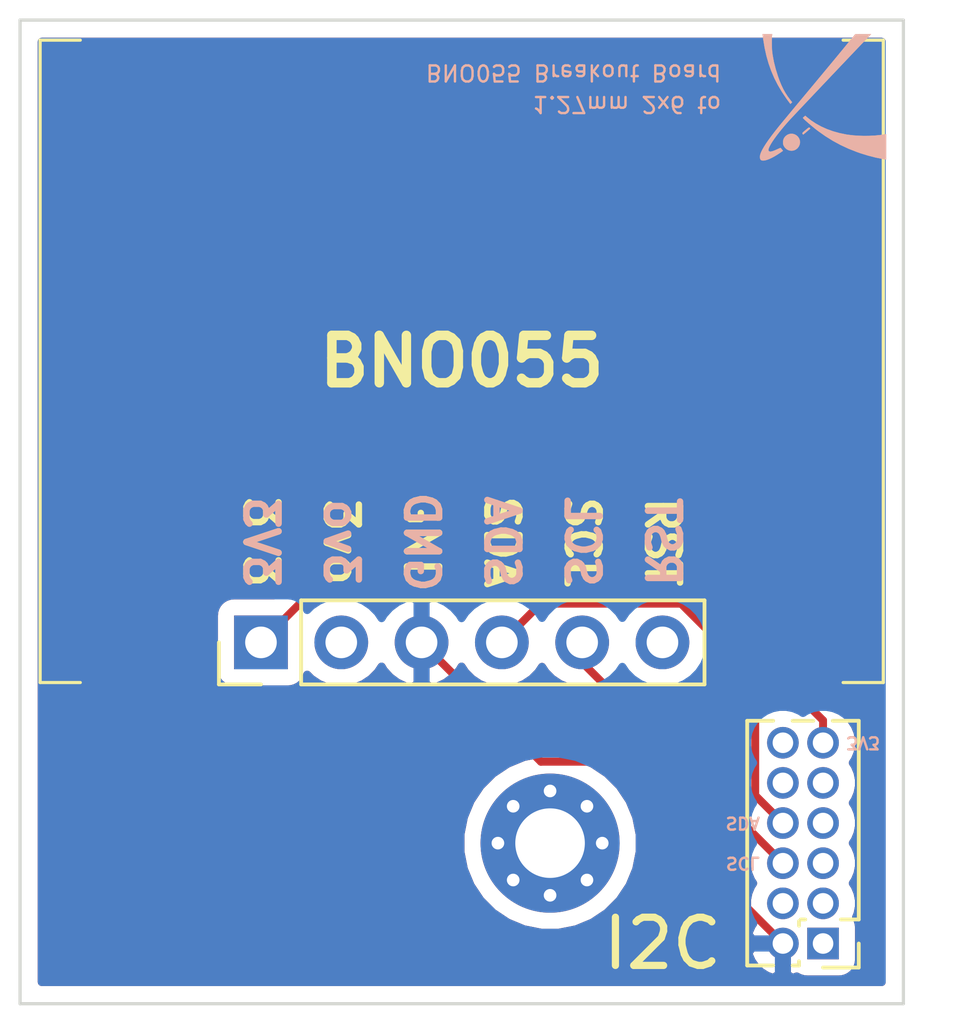
<source format=kicad_pcb>
(kicad_pcb (version 20171130) (host pcbnew "(5.1.12)-1")

  (general
    (thickness 1.6002)
    (drawings 31)
    (tracks 14)
    (zones 0)
    (modules 4)
    (nets 15)
  )

  (page A4)
  (title_block
    (title "2x6 1.27mm socket to BNO055 Adapter board PCB")
    (date 2021-11-28)
    (rev 1)
    (comment 2 "Vincent Nguyen")
  )

  (layers
    (0 Front signal)
    (31 Back signal)
    (34 B.Paste user)
    (35 F.Paste user)
    (36 B.SilkS user)
    (37 F.SilkS user hide)
    (38 B.Mask user)
    (39 F.Mask user)
    (44 Edge.Cuts user)
    (45 Margin user)
    (46 B.CrtYd user)
    (47 F.CrtYd user)
    (49 F.Fab user)
  )

  (setup
    (last_trace_width 0.25)
    (user_trace_width 0.1)
    (user_trace_width 0.2)
    (user_trace_width 0.5)
    (trace_clearance 0.25)
    (zone_clearance 0.508)
    (zone_45_only no)
    (trace_min 0.1)
    (via_size 0.8)
    (via_drill 0.4)
    (via_min_size 0.45)
    (via_min_drill 0.2)
    (user_via 0.45 0.2)
    (user_via 0.8 0.4)
    (uvia_size 0.8)
    (uvia_drill 0.4)
    (uvias_allowed no)
    (uvia_min_size 0)
    (uvia_min_drill 0)
    (edge_width 0.1)
    (segment_width 0.1)
    (pcb_text_width 0.3)
    (pcb_text_size 1.5 1.5)
    (mod_edge_width 0.1)
    (mod_text_size 0.8 0.8)
    (mod_text_width 0.1)
    (pad_size 1.524 1.524)
    (pad_drill 0.762)
    (pad_to_mask_clearance 0)
    (solder_mask_min_width 0.1)
    (aux_axis_origin 0 0)
    (visible_elements 7FFFFFFF)
    (pcbplotparams
      (layerselection 0x010fc_ffffffff)
      (usegerberextensions false)
      (usegerberattributes false)
      (usegerberadvancedattributes false)
      (creategerberjobfile false)
      (excludeedgelayer true)
      (linewidth 0.152400)
      (plotframeref false)
      (viasonmask false)
      (mode 1)
      (useauxorigin false)
      (hpglpennumber 1)
      (hpglpenspeed 20)
      (hpglpendiameter 15.000000)
      (psnegative false)
      (psa4output false)
      (plotreference true)
      (plotvalue false)
      (plotinvisibletext false)
      (padsonsilk false)
      (subtractmaskfromsilk true)
      (outputformat 1)
      (mirror false)
      (drillshape 0)
      (scaleselection 1)
      (outputdirectory "./gerbers_for_aisler"))
  )

  (net 0 "")
  (net 1 /3V3)
  (net 2 /UART_TX)
  (net 3 /SPI_SCK)
  (net 4 /UART_RX)
  (net 5 /SPI_MISO)
  (net 6 /I2C_SDA)
  (net 7 /SPI_MOSI)
  (net 8 /I2C_SCL)
  (net 9 /SPI_CS0)
  (net 10 /SPI_CS2)
  (net 11 /SPI_CS1)
  (net 12 /GND)
  (net 13 /3vo)
  (net 14 /RST)

  (net_class Default "This is the default net class."
    (clearance 0.25)
    (trace_width 0.25)
    (via_dia 0.8)
    (via_drill 0.4)
    (uvia_dia 0.8)
    (uvia_drill 0.4)
    (diff_pair_width 0.25)
    (diff_pair_gap 0.25)
    (add_net /3V3)
    (add_net /3vo)
    (add_net /GND)
    (add_net /I2C_SCL)
    (add_net /I2C_SDA)
    (add_net /RST)
    (add_net /SPI_CS0)
    (add_net /SPI_CS1)
    (add_net /SPI_CS2)
    (add_net /SPI_MISO)
    (add_net /SPI_MOSI)
    (add_net /SPI_SCK)
    (add_net /UART_RX)
    (add_net /UART_TX)
  )

  (net_class Min "This is the bare minimum allowed."
    (clearance 0.1)
    (trace_width 0.1)
    (via_dia 0.45)
    (via_drill 0.2)
    (uvia_dia 0.45)
    (uvia_drill 0.2)
    (diff_pair_width 0.12)
    (diff_pair_gap 0.12)
  )

  (module Connector_PinHeader_1.27mm:PinHeader_2x06_P1.27mm_Vertical (layer Front) (tedit 59FED6E3) (tstamp 61A3D391)
    (at 158.75 106.045 180)
    (descr "Through hole straight pin header, 2x06, 1.27mm pitch, double rows")
    (tags "Through hole pin header THT 2x06 1.27mm double row")
    (path /6198D3EE)
    (fp_text reference J1 (at 0.635 3.175 90) (layer F.SilkS) hide
      (effects (font (size 1 1) (thickness 0.15)))
    )
    (fp_text value "1.27mm 2x6-PTH" (at -3.81 5.08 90) (layer F.Fab)
      (effects (font (size 1 1) (thickness 0.15)))
    )
    (fp_line (start -0.2175 -0.635) (end 2.34 -0.635) (layer F.Fab) (width 0.1))
    (fp_line (start 2.34 -0.635) (end 2.34 6.985) (layer F.Fab) (width 0.1))
    (fp_line (start 2.34 6.985) (end -1.07 6.985) (layer F.Fab) (width 0.1))
    (fp_line (start -1.07 6.985) (end -1.07 0.2175) (layer F.Fab) (width 0.1))
    (fp_line (start -1.07 0.2175) (end -0.2175 -0.635) (layer F.Fab) (width 0.1))
    (fp_line (start -1.13 7.045) (end -0.30753 7.045) (layer F.SilkS) (width 0.12))
    (fp_line (start 1.57753 7.045) (end 2.4 7.045) (layer F.SilkS) (width 0.12))
    (fp_line (start 0.30753 7.045) (end 0.96247 7.045) (layer F.SilkS) (width 0.12))
    (fp_line (start -1.13 0.76) (end -1.13 7.045) (layer F.SilkS) (width 0.12))
    (fp_line (start 2.4 -0.695) (end 2.4 7.045) (layer F.SilkS) (width 0.12))
    (fp_line (start -1.13 0.76) (end -0.563471 0.76) (layer F.SilkS) (width 0.12))
    (fp_line (start 0.563471 0.76) (end 0.706529 0.76) (layer F.SilkS) (width 0.12))
    (fp_line (start 0.76 0.706529) (end 0.76 0.563471) (layer F.SilkS) (width 0.12))
    (fp_line (start 0.76 -0.563471) (end 0.76 -0.695) (layer F.SilkS) (width 0.12))
    (fp_line (start 0.76 -0.695) (end 0.96247 -0.695) (layer F.SilkS) (width 0.12))
    (fp_line (start 1.57753 -0.695) (end 2.4 -0.695) (layer F.SilkS) (width 0.12))
    (fp_line (start -1.13 0) (end -1.13 -0.76) (layer F.SilkS) (width 0.12))
    (fp_line (start -1.13 -0.76) (end 0 -0.76) (layer F.SilkS) (width 0.12))
    (fp_line (start -1.6 -1.15) (end -1.6 7.5) (layer F.CrtYd) (width 0.05))
    (fp_line (start -1.6 7.5) (end 2.85 7.5) (layer F.CrtYd) (width 0.05))
    (fp_line (start 2.85 7.5) (end 2.85 -1.15) (layer F.CrtYd) (width 0.05))
    (fp_line (start 2.85 -1.15) (end -1.6 -1.15) (layer F.CrtYd) (width 0.05))
    (pad 1 thru_hole rect (at 0 0 180) (size 1 1) (drill 0.65) (layers *.Cu *.Mask)
      (net 11 /SPI_CS1))
    (pad 2 thru_hole oval (at 1.27 0 180) (size 1 1) (drill 0.65) (layers *.Cu *.Mask)
      (net 12 /GND))
    (pad 3 thru_hole oval (at 0 1.27 180) (size 1 1) (drill 0.65) (layers *.Cu *.Mask)
      (net 9 /SPI_CS0))
    (pad 4 thru_hole oval (at 1.27 1.27 180) (size 1 1) (drill 0.65) (layers *.Cu *.Mask)
      (net 10 /SPI_CS2))
    (pad 5 thru_hole oval (at 0 2.54 180) (size 1 1) (drill 0.65) (layers *.Cu *.Mask)
      (net 7 /SPI_MOSI))
    (pad 6 thru_hole oval (at 1.27 2.54 180) (size 1 1) (drill 0.65) (layers *.Cu *.Mask)
      (net 8 /I2C_SCL))
    (pad 7 thru_hole oval (at 0 3.81 180) (size 1 1) (drill 0.65) (layers *.Cu *.Mask)
      (net 5 /SPI_MISO))
    (pad 8 thru_hole oval (at 1.27 3.81 180) (size 1 1) (drill 0.65) (layers *.Cu *.Mask)
      (net 6 /I2C_SDA))
    (pad 9 thru_hole oval (at 0 5.08 180) (size 1 1) (drill 0.65) (layers *.Cu *.Mask)
      (net 3 /SPI_SCK))
    (pad 10 thru_hole oval (at 1.27 5.08 180) (size 1 1) (drill 0.65) (layers *.Cu *.Mask)
      (net 4 /UART_RX))
    (pad 11 thru_hole oval (at 0 6.35 180) (size 1 1) (drill 0.65) (layers *.Cu *.Mask)
      (net 1 /3V3))
    (pad 12 thru_hole oval (at 1.27 6.35 180) (size 1 1) (drill 0.65) (layers *.Cu *.Mask)
      (net 2 /UART_TX))
  )

  (module graphics:xplore_logo_4mm locked (layer Back) (tedit 0) (tstamp 61A2890D)
    (at 158.75 81.915 270)
    (fp_text reference " " (at 0 0 90) (layer B.SilkS) hide
      (effects (font (size 1.524 1.524) (thickness 0.3)) (justify mirror))
    )
    (fp_text value " " (at 0.75 0 90) (layer B.SilkS) hide
      (effects (font (size 1.524 1.524) (thickness 0.3)) (justify mirror))
    )
    (fp_poly (pts (xy -1.975679 0.628213) (xy -1.955187 0.609038) (xy -1.926447 0.579255) (xy -1.891 0.540646)
      (xy -1.850388 0.49499) (xy -1.806153 0.444069) (xy -1.759837 0.389663) (xy -1.712982 0.333551)
      (xy -1.66713 0.277516) (xy -1.623822 0.223338) (xy -1.5846 0.172796) (xy -1.573968 0.15875)
      (xy -1.409938 -0.07278) (xy -1.262329 -0.309661) (xy -1.130185 -0.553713) (xy -1.012555 -0.806757)
      (xy -0.908483 -1.070612) (xy -0.865977 -1.192893) (xy -0.79292 -1.430508) (xy -0.732401 -1.667451)
      (xy -0.685481 -1.89945) (xy -0.675843 -1.95716) (xy -0.669691 -1.995714) (xy -1.471591 -1.995714)
      (xy -1.466103 -1.966232) (xy -1.442482 -1.812472) (xy -1.426036 -1.646368) (xy -1.416785 -1.472244)
      (xy -1.41475 -1.294429) (xy -1.419951 -1.11725) (xy -1.432406 -0.945032) (xy -1.452136 -0.782103)
      (xy -1.460436 -0.73) (xy -1.503849 -0.518508) (xy -1.560541 -0.315615) (xy -1.630049 -0.122376)
      (xy -1.711908 0.060156) (xy -1.805653 0.230928) (xy -1.910822 0.388887) (xy -2.006865 0.509987)
      (xy -2.051451 0.561866) (xy -2.022065 0.598433) (xy -2.004284 0.619167) (xy -1.990773 0.632419)
      (xy -1.986381 0.635) (xy -1.975679 0.628213)) (layer B.SilkS) (width 0.01))
    (fp_poly (pts (xy -0.704226 1.990563) (xy -0.671955 1.979377) (xy -0.660863 1.97118) (xy -0.642659 1.940393)
      (xy -0.636417 1.897348) (xy -0.641756 1.843086) (xy -0.658297 1.778648) (xy -0.68566 1.705073)
      (xy -0.723464 1.623404) (xy -0.771329 1.534679) (xy -0.828876 1.439941) (xy -0.886332 1.353709)
      (xy -0.944597 1.269596) (xy -0.988984 1.303816) (xy -1.012417 1.323348) (xy -1.028649 1.339675)
      (xy -1.033757 1.34805) (xy -1.030268 1.36001) (xy -1.020542 1.38441) (xy -1.006199 1.417337)
      (xy -0.993846 1.444298) (xy -0.960867 1.517985) (xy -0.937441 1.578011) (xy -0.923232 1.625927)
      (xy -0.917905 1.663282) (xy -0.921125 1.691628) (xy -0.932556 1.712514) (xy -0.935208 1.71535)
      (xy -0.953052 1.728117) (xy -0.974823 1.730238) (xy -0.987368 1.728472) (xy -1.035184 1.714557)
      (xy -1.094548 1.687998) (xy -1.164611 1.649397) (xy -1.244524 1.599357) (xy -1.33344 1.538479)
      (xy -1.430508 1.467366) (xy -1.53488 1.38662) (xy -1.645706 1.296844) (xy -1.762139 1.19864)
      (xy -1.882322 1.093506) (xy -1.900719 1.076737) (xy -1.93145 1.04823) (xy -1.973706 1.008752)
      (xy -2.026677 0.95907) (xy -2.089554 0.899952) (xy -2.161526 0.832165) (xy -2.241785 0.756478)
      (xy -2.329521 0.673657) (xy -2.423924 0.584471) (xy -2.524185 0.489686) (xy -2.629494 0.390071)
      (xy -2.739042 0.286392) (xy -2.852019 0.179419) (xy -2.967616 0.069917) (xy -3.085023 -0.041345)
      (xy -3.20343 -0.1536) (xy -3.322029 -0.26608) (xy -3.440009 -0.378018) (xy -3.556561 -0.488645)
      (xy -3.670875 -0.597196) (xy -3.782142 -0.702901) (xy -3.889553 -0.804993) (xy -3.992297 -0.902706)
      (xy -4.089566 -0.995271) (xy -4.180549 -1.08192) (xy -4.264438 -1.161887) (xy -4.340422 -1.234403)
      (xy -4.407692 -1.298701) (xy -4.465439 -1.354013) (xy -4.512853 -1.399573) (xy -4.549124 -1.434612)
      (xy -4.565197 -1.450261) (xy -4.6355 -1.519038) (xy -4.635055 -1.269787) (xy -4.63461 -1.020535)
      (xy -4.505788 -0.915589) (xy -4.405151 -0.833454) (xy -4.297504 -0.7453) (xy -4.1822 -0.650591)
      (xy -4.058588 -0.54879) (xy -3.92602 -0.439361) (xy -3.783848 -0.321766) (xy -3.631423 -0.195469)
      (xy -3.468097 -0.059932) (xy -3.29322 0.08538) (xy -3.106144 0.241005) (xy -2.906221 0.40748)
      (xy -2.784929 0.508546) (xy -2.66935 0.604836) (xy -2.555405 0.699693) (xy -2.444112 0.792273)
      (xy -2.336488 0.881733) (xy -2.233548 0.967231) (xy -2.136311 1.047922) (xy -2.045793 1.122965)
      (xy -1.963011 1.191517) (xy -1.888982 1.252734) (xy -1.824721 1.305773) (xy -1.771248 1.349791)
      (xy -1.729577 1.383947) (xy -1.700727 1.407395) (xy -1.698786 1.408958) (xy -1.549881 1.526892)
      (xy -1.413055 1.631443) (xy -1.28821 1.722676) (xy -1.175247 1.800655) (xy -1.074068 1.865446)
      (xy -0.984576 1.917115) (xy -0.906672 1.955727) (xy -0.840257 1.981348) (xy -0.83991 1.981457)
      (xy -0.793018 1.99188) (xy -0.746186 1.994823) (xy -0.704226 1.990563)) (layer B.SilkS) (width 0.01))
    (fp_poly (pts (xy -1.492644 0.650991) (xy -1.48484 0.647174) (xy -1.46768 0.636777) (xy -1.460501 0.629635)
      (xy -1.460501 0.629617) (xy -1.466091 0.620657) (xy -1.481221 0.601126) (xy -1.503424 0.573901)
      (xy -1.530237 0.541862) (xy -1.559194 0.507887) (xy -1.587831 0.474855) (xy -1.613683 0.445644)
      (xy -1.634285 0.423133) (xy -1.647174 0.410202) (xy -1.650064 0.408215) (xy -1.66093 0.414259)
      (xy -1.673349 0.425993) (xy -1.678983 0.433277) (xy -1.680792 0.441066) (xy -1.677376 0.451739)
      (xy -1.667336 0.467672) (xy -1.649275 0.491244) (xy -1.621792 0.524832) (xy -1.599309 0.551849)
      (xy -1.565118 0.59271) (xy -1.540378 0.621433) (xy -1.522924 0.639822) (xy -1.510592 0.649676)
      (xy -1.50122 0.652799) (xy -1.492644 0.650991)) (layer B.SilkS) (width 0.01))
    (fp_poly (pts (xy -1.170586 1.262423) (xy -1.135926 1.255883) (xy -1.10515 1.2438) (xy -1.047203 1.206795)
      (xy -1.002064 1.159616) (xy -0.970204 1.104899) (xy -0.95209 1.045281) (xy -0.948192 0.983398)
      (xy -0.958978 0.921887) (xy -0.984918 0.863386) (xy -1.02648 0.81053) (xy -1.027867 0.809163)
      (xy -1.078777 0.770151) (xy -1.137183 0.74342) (xy -1.198588 0.730331) (xy -1.258494 0.732246)
      (xy -1.272409 0.735153) (xy -1.336574 0.759323) (xy -1.390088 0.795799) (xy -1.432224 0.842096)
      (xy -1.462251 0.89573) (xy -1.479443 0.954218) (xy -1.48307 1.015075) (xy -1.472404 1.075817)
      (xy -1.446716 1.133959) (xy -1.405277 1.187017) (xy -1.405005 1.18729) (xy -1.355822 1.227734)
      (xy -1.303083 1.252508) (xy -1.242358 1.263412) (xy -1.215572 1.264293) (xy -1.170586 1.262423)) (layer B.SilkS) (width 0.01))
    (fp_poly (pts (xy -4.606018 1.910096) (xy -4.585169 1.906919) (xy -4.551338 1.901999) (xy -4.509517 1.896053)
      (xy -4.472215 1.89084) (xy -4.205799 1.846969) (xy -3.95158 1.790629) (xy -3.708016 1.721198)
      (xy -3.473563 1.638054) (xy -3.246677 1.540577) (xy -3.025817 1.428143) (xy -2.809438 1.300132)
      (xy -2.595998 1.155923) (xy -2.532176 1.109309) (xy -2.429101 1.032732) (xy -2.454498 1.006223)
      (xy -2.470463 0.989794) (xy -2.479648 0.980795) (xy -2.480466 0.980187) (xy -2.487308 0.985642)
      (xy -2.505242 0.999923) (xy -2.531165 1.02056) (xy -2.549072 1.034815) (xy -2.658701 1.116813)
      (xy -2.771875 1.190561) (xy -2.891574 1.257616) (xy -3.02078 1.319536) (xy -3.162474 1.377878)
      (xy -3.302 1.428226) (xy -3.531586 1.499799) (xy -3.754376 1.555702) (xy -3.969713 1.595781)
      (xy -4.077552 1.610206) (xy -4.129876 1.614915) (xy -4.193528 1.618578) (xy -4.264351 1.621152)
      (xy -4.338191 1.62259) (xy -4.410889 1.622846) (xy -4.478289 1.621876) (xy -4.536236 1.619634)
      (xy -4.580572 1.616074) (xy -4.58334 1.615739) (xy -4.6355 1.609223) (xy -4.6355 1.914894)
      (xy -4.606018 1.910096)) (layer B.SilkS) (width 0.01))
  )

  (module Connector_PinHeader_2.54mm:PinHeader_1x06_P2.54mm_Vertical (layer Front) (tedit 59FED5CC) (tstamp 61A3D392)
    (at 140.97 96.52 90)
    (descr "Through hole straight pin header, 1x06, 2.54mm pitch, single row")
    (tags "Through hole pin header THT 1x06 2.54mm single row")
    (path /61A3B236)
    (fp_text reference J2 (at 0 6.35) (layer F.SilkS) hide
      (effects (font (size 1 1) (thickness 0.15)))
    )
    (fp_text value "2.54mm 1x6-PTH" (at 7.62 6.985) (layer F.Fab)
      (effects (font (size 1 1) (thickness 0.15)))
    )
    (fp_line (start -0.635 -1.27) (end 1.27 -1.27) (layer F.Fab) (width 0.1))
    (fp_line (start 1.27 -1.27) (end 1.27 13.97) (layer F.Fab) (width 0.1))
    (fp_line (start 1.27 13.97) (end -1.27 13.97) (layer F.Fab) (width 0.1))
    (fp_line (start -1.27 13.97) (end -1.27 -0.635) (layer F.Fab) (width 0.1))
    (fp_line (start -1.27 -0.635) (end -0.635 -1.27) (layer F.Fab) (width 0.1))
    (fp_line (start -1.33 14.03) (end 1.33 14.03) (layer F.SilkS) (width 0.12))
    (fp_line (start -1.33 1.27) (end -1.33 14.03) (layer F.SilkS) (width 0.12))
    (fp_line (start 1.33 1.27) (end 1.33 14.03) (layer F.SilkS) (width 0.12))
    (fp_line (start -1.33 1.27) (end 1.33 1.27) (layer F.SilkS) (width 0.12))
    (fp_line (start -1.33 0) (end -1.33 -1.33) (layer F.SilkS) (width 0.12))
    (fp_line (start -1.33 -1.33) (end 0 -1.33) (layer F.SilkS) (width 0.12))
    (fp_line (start -1.8 -1.8) (end -1.8 14.5) (layer F.CrtYd) (width 0.05))
    (fp_line (start -1.8 14.5) (end 1.8 14.5) (layer F.CrtYd) (width 0.05))
    (fp_line (start 1.8 14.5) (end 1.8 -1.8) (layer F.CrtYd) (width 0.05))
    (fp_line (start 1.8 -1.8) (end -1.8 -1.8) (layer F.CrtYd) (width 0.05))
    (pad 1 thru_hole rect (at 0 0 90) (size 1.7 1.7) (drill 1) (layers *.Cu *.Mask)
      (net 1 /3V3))
    (pad 2 thru_hole oval (at 0 2.54 90) (size 1.7 1.7) (drill 1) (layers *.Cu *.Mask)
      (net 13 /3vo))
    (pad 3 thru_hole oval (at 0 5.08 90) (size 1.7 1.7) (drill 1) (layers *.Cu *.Mask)
      (net 12 /GND))
    (pad 4 thru_hole oval (at 0 7.62 90) (size 1.7 1.7) (drill 1) (layers *.Cu *.Mask)
      (net 6 /I2C_SDA))
    (pad 5 thru_hole oval (at 0 10.16 90) (size 1.7 1.7) (drill 1) (layers *.Cu *.Mask)
      (net 8 /I2C_SCL))
    (pad 6 thru_hole oval (at 0 12.7 90) (size 1.7 1.7) (drill 1) (layers *.Cu *.Mask)
      (net 14 /RST))
  )

  (module MountingHole:MountingHole_2.2mm_M2_Pad_Via (layer Front) (tedit 56DDB9C7) (tstamp 61AD5AB8)
    (at 150.115 102.87)
    (descr "Mounting Hole 2.2mm, M2")
    (tags "mounting hole 2.2mm m2")
    (path /61AD52BA)
    (attr virtual)
    (fp_text reference H1 (at 2.92 3.175) (layer F.SilkS) hide
      (effects (font (size 1 1) (thickness 0.15)))
    )
    (fp_text value M2 (at 0 3.2) (layer F.Fab)
      (effects (font (size 1 1) (thickness 0.15)))
    )
    (fp_circle (center 0 0) (end 2.45 0) (layer F.CrtYd) (width 0.05))
    (fp_circle (center 0 0) (end 2.2 0) (layer Cmts.User) (width 0.15))
    (fp_text user %R (at 0.3 0) (layer F.Fab)
      (effects (font (size 1 1) (thickness 0.15)))
    )
    (pad 1 thru_hole circle (at 0 0) (size 4.4 4.4) (drill 2.2) (layers *.Cu *.Mask))
    (pad 1 thru_hole circle (at 1.65 0) (size 0.7 0.7) (drill 0.4) (layers *.Cu *.Mask))
    (pad 1 thru_hole circle (at 1.166726 1.166726) (size 0.7 0.7) (drill 0.4) (layers *.Cu *.Mask))
    (pad 1 thru_hole circle (at 0 1.65) (size 0.7 0.7) (drill 0.4) (layers *.Cu *.Mask))
    (pad 1 thru_hole circle (at -1.166726 1.166726) (size 0.7 0.7) (drill 0.4) (layers *.Cu *.Mask))
    (pad 1 thru_hole circle (at -1.65 0) (size 0.7 0.7) (drill 0.4) (layers *.Cu *.Mask))
    (pad 1 thru_hole circle (at -1.166726 -1.166726) (size 0.7 0.7) (drill 0.4) (layers *.Cu *.Mask))
    (pad 1 thru_hole circle (at 0 -1.65) (size 0.7 0.7) (drill 0.4) (layers *.Cu *.Mask))
    (pad 1 thru_hole circle (at 1.166726 -1.166726) (size 0.7 0.7) (drill 0.4) (layers *.Cu *.Mask))
  )

  (gr_text RST (at 153.67 93.345 270) (layer F.SilkS) (tstamp 61AE64F0)
    (effects (font (size 1.016 1.016) (thickness 0.2032)))
  )
  (gr_text SCL (at 151.13 93.345 270) (layer F.SilkS) (tstamp 61AE64EC)
    (effects (font (size 1.016 1.016) (thickness 0.2032)))
  )
  (gr_text SDA (at 148.59 93.345 270) (layer F.SilkS) (tstamp 61AE64E7)
    (effects (font (size 1.016 1.016) (thickness 0.2032)))
  )
  (gr_text GND (at 146.05 93.345 270) (layer F.SilkS) (tstamp 61AE64E2)
    (effects (font (size 1.016 1.016) (thickness 0.2032)))
  )
  (gr_text 3vo (at 143.51 93.345 270) (layer F.SilkS) (tstamp 61AE64DD)
    (effects (font (size 1.016 1.016) (thickness 0.2032)))
  )
  (gr_text 3V3 (at 140.97 93.345 270) (layer F.SilkS) (tstamp 61AE6461)
    (effects (font (size 1.016 1.016) (thickness 0.2032)))
  )
  (gr_line (start 133.985 77.47) (end 135.255 77.47) (layer F.SilkS) (width 0.1))
  (gr_line (start 133.985 97.79) (end 135.255 97.79) (layer F.SilkS) (width 0.1))
  (gr_line (start 133.985 77.47) (end 133.985 97.79) (layer F.SilkS) (width 0.1))
  (gr_line (start 160.655 97.79) (end 160.655 77.47) (layer F.SilkS) (width 0.1))
  (gr_line (start 160.655 77.47) (end 159.385 77.47) (layer F.SilkS) (width 0.1))
  (gr_line (start 160.655 97.79) (end 159.385 97.79) (layer F.SilkS) (width 0.1))
  (gr_text RST (at 153.67 93.345 270) (layer B.SilkS) (tstamp 61A3DC96)
    (effects (font (size 1.016 1.016) (thickness 0.2032)) (justify mirror))
  )
  (gr_text SCL (at 151.13 93.345 270) (layer B.SilkS) (tstamp 61A3DC96)
    (effects (font (size 1.016 1.016) (thickness 0.2032)) (justify mirror))
  )
  (gr_text SDA (at 148.59 93.345 270) (layer B.SilkS) (tstamp 61A3DC96)
    (effects (font (size 1.016 1.016) (thickness 0.2032)) (justify mirror))
  )
  (gr_text GND (at 146.05 93.345 270) (layer B.SilkS) (tstamp 61A3DC96)
    (effects (font (size 1.016 1.016) (thickness 0.2032)) (justify mirror))
  )
  (gr_text 3vo (at 143.51 93.345 270) (layer B.SilkS) (tstamp 61A3DC96)
    (effects (font (size 1.016 1.016) (thickness 0.2032)) (justify mirror))
  )
  (gr_text 3V3 (at 140.97 93.345 270) (layer B.SilkS)
    (effects (font (size 1.016 1.016) (thickness 0.2032)) (justify mirror))
  )
  (gr_text BNO055 (at 147.32 87.63) (layer F.SilkS)
    (effects (font (size 1.5 1.5) (thickness 0.3)))
  )
  (gr_text I2C (at 153.67 106.045) (layer F.SilkS)
    (effects (font (size 1.524 1.524) (thickness 0.2286)))
  )
  (gr_text "BNO055 Breakout Board" (at 155.575 78.5 180) (layer B.SilkS) (tstamp 61A2859F)
    (effects (font (size 0.508 0.508) (thickness 0.0762)) (justify right mirror))
  )
  (gr_text 3V3 (at 160.02 99.695 180) (layer B.SilkS) (tstamp 61A28220)
    (effects (font (size 0.381 0.381) (thickness 0.0762)) (justify mirror))
  )
  (gr_text SDA (at 156.21 102.235 180) (layer B.SilkS) (tstamp 61A28220)
    (effects (font (size 0.381 0.381) (thickness 0.0762)) (justify mirror))
  )
  (gr_text SCL (at 156.21 103.505 180) (layer B.SilkS) (tstamp 61A280C2)
    (effects (font (size 0.381 0.381) (thickness 0.0762)) (justify mirror))
  )
  (gr_text "1.27mm 2x6 to" (at 155.575 79.5 180) (layer B.SilkS)
    (effects (font (size 0.508 0.508) (thickness 0.0762)) (justify right mirror))
  )
  (gr_line (start 133.35 107.95) (end 133.35 76.835) (layer Edge.Cuts) (width 0.1) (tstamp 61994459))
  (gr_line (start 161.29 107.95) (end 133.35 107.95) (layer Edge.Cuts) (width 0.1))
  (gr_line (start 161.29 76.835) (end 161.29 107.95) (layer Edge.Cuts) (width 0.1))
  (gr_line (start 133.35 76.835) (end 161.29 76.835) (layer Edge.Cuts) (width 0.1))
  (gr_line (start 124 93) (end 120 107) (layer Cmts.User) (width 0.1524))
  (gr_line (start 100 100) (end 124 93) (layer Cmts.User) (width 0.1524))

  (segment (start 142.695011 94.794989) (end 140.97 96.52) (width 0.25) (layer Front) (net 1))
  (segment (start 154.557095 94.794989) (end 142.695011 94.794989) (width 0.25) (layer Front) (net 1))
  (segment (start 158.75 98.987894) (end 154.557095 94.794989) (width 0.25) (layer Front) (net 1))
  (segment (start 158.75 99.695) (end 158.75 98.987894) (width 0.25) (layer Front) (net 1))
  (segment (start 149.815001 95.294999) (end 148.59 96.52) (width 0.25) (layer Front) (net 6))
  (segment (start 154.258001 95.294999) (end 149.815001 95.294999) (width 0.25) (layer Front) (net 6))
  (segment (start 156.604999 97.641997) (end 154.258001 95.294999) (width 0.25) (layer Front) (net 6))
  (segment (start 156.604999 101.359999) (end 156.604999 97.641997) (width 0.25) (layer Front) (net 6))
  (segment (start 157.48 102.235) (end 156.604999 101.359999) (width 0.25) (layer Front) (net 6))
  (segment (start 151.13 97.155) (end 151.13 96.52) (width 0.25) (layer Front) (net 8))
  (segment (start 157.48 103.505) (end 151.13 97.155) (width 0.25) (layer Front) (net 8))
  (segment (start 149.824999 100.294999) (end 146.05 96.52) (width 0.25) (layer Front) (net 12))
  (segment (start 151.729999 100.294999) (end 149.824999 100.294999) (width 0.25) (layer Front) (net 12))
  (segment (start 157.48 106.045) (end 151.729999 100.294999) (width 0.25) (layer Front) (net 12))

  (zone (net 12) (net_name /GND) (layer Front) (tstamp 0) (hatch edge 0.508)
    (connect_pads (clearance 0.508))
    (min_thickness 0.254)
    (fill yes (arc_segments 32) (thermal_gap 0.508) (thermal_bridge_width 0.508))
    (polygon
      (pts
        (xy 161.925 108.585) (xy 132.715 108.585) (xy 132.715 76.2) (xy 161.925 76.2)
      )
    )
    (filled_polygon
      (pts
        (xy 160.605001 107.265) (xy 134.035 107.265) (xy 134.035 106.346874) (xy 156.385881 106.346874) (xy 156.402554 106.401864)
        (xy 156.492877 106.605206) (xy 156.621135 106.78702) (xy 156.782399 106.940318) (xy 156.970471 107.05921) (xy 157.178124 107.139126)
        (xy 157.353 107.014129) (xy 157.353 106.172) (xy 156.512046 106.172) (xy 156.385881 106.346874) (xy 134.035 106.346874)
        (xy 134.035 102.590777) (xy 147.28 102.590777) (xy 147.28 103.149223) (xy 147.388948 103.696939) (xy 147.602656 104.212876)
        (xy 147.912912 104.677207) (xy 148.307793 105.072088) (xy 148.772124 105.382344) (xy 149.288061 105.596052) (xy 149.835777 105.705)
        (xy 150.394223 105.705) (xy 150.941939 105.596052) (xy 151.457876 105.382344) (xy 151.922207 105.072088) (xy 152.317088 104.677207)
        (xy 152.627344 104.212876) (xy 152.841052 103.696939) (xy 152.95 103.149223) (xy 152.95 102.590777) (xy 152.841052 102.043061)
        (xy 152.627344 101.527124) (xy 152.317088 101.062793) (xy 151.922207 100.667912) (xy 151.457876 100.357656) (xy 150.941939 100.143948)
        (xy 150.394223 100.035) (xy 149.835777 100.035) (xy 149.288061 100.143948) (xy 148.772124 100.357656) (xy 148.307793 100.667912)
        (xy 147.912912 101.062793) (xy 147.602656 101.527124) (xy 147.388948 102.043061) (xy 147.28 102.590777) (xy 134.035 102.590777)
        (xy 134.035 95.67) (xy 139.481928 95.67) (xy 139.481928 97.37) (xy 139.494188 97.494482) (xy 139.530498 97.61418)
        (xy 139.589463 97.724494) (xy 139.668815 97.821185) (xy 139.765506 97.900537) (xy 139.87582 97.959502) (xy 139.995518 97.995812)
        (xy 140.12 98.008072) (xy 141.82 98.008072) (xy 141.944482 97.995812) (xy 142.06418 97.959502) (xy 142.174494 97.900537)
        (xy 142.271185 97.821185) (xy 142.350537 97.724494) (xy 142.409502 97.61418) (xy 142.431513 97.54162) (xy 142.563368 97.673475)
        (xy 142.806589 97.83599) (xy 143.076842 97.947932) (xy 143.36374 98.005) (xy 143.65626 98.005) (xy 143.943158 97.947932)
        (xy 144.213411 97.83599) (xy 144.456632 97.673475) (xy 144.663475 97.466632) (xy 144.785195 97.284466) (xy 144.854822 97.401355)
        (xy 145.049731 97.617588) (xy 145.28308 97.791641) (xy 145.545901 97.916825) (xy 145.69311 97.961476) (xy 145.923 97.840155)
        (xy 145.923 96.647) (xy 145.903 96.647) (xy 145.903 96.393) (xy 145.923 96.393) (xy 145.923 96.373)
        (xy 146.177 96.373) (xy 146.177 96.393) (xy 146.197 96.393) (xy 146.197 96.647) (xy 146.177 96.647)
        (xy 146.177 97.840155) (xy 146.40689 97.961476) (xy 146.554099 97.916825) (xy 146.81692 97.791641) (xy 147.050269 97.617588)
        (xy 147.245178 97.401355) (xy 147.314805 97.284466) (xy 147.436525 97.466632) (xy 147.643368 97.673475) (xy 147.886589 97.83599)
        (xy 148.156842 97.947932) (xy 148.44374 98.005) (xy 148.73626 98.005) (xy 149.023158 97.947932) (xy 149.293411 97.83599)
        (xy 149.536632 97.673475) (xy 149.743475 97.466632) (xy 149.86 97.29224) (xy 149.976525 97.466632) (xy 150.183368 97.673475)
        (xy 150.426589 97.83599) (xy 150.696842 97.947932) (xy 150.885697 97.985498) (xy 156.345 103.444802) (xy 156.345 103.616788)
        (xy 156.388617 103.836067) (xy 156.474176 104.042624) (xy 156.539241 104.14) (xy 156.474176 104.237376) (xy 156.388617 104.443933)
        (xy 156.345 104.663212) (xy 156.345 104.886788) (xy 156.388617 105.106067) (xy 156.474176 105.312624) (xy 156.542353 105.414658)
        (xy 156.492877 105.484794) (xy 156.402554 105.688136) (xy 156.385881 105.743126) (xy 156.512046 105.918) (xy 157.353 105.918)
        (xy 157.353 105.906974) (xy 157.368212 105.91) (xy 157.591788 105.91) (xy 157.607 105.906974) (xy 157.607 105.918)
        (xy 157.611928 105.918) (xy 157.611928 106.172) (xy 157.607 106.172) (xy 157.607 107.014129) (xy 157.781876 107.139126)
        (xy 157.917106 107.087082) (xy 158.00582 107.134502) (xy 158.125518 107.170812) (xy 158.25 107.183072) (xy 159.25 107.183072)
        (xy 159.374482 107.170812) (xy 159.49418 107.134502) (xy 159.604494 107.075537) (xy 159.701185 106.996185) (xy 159.780537 106.899494)
        (xy 159.839502 106.78918) (xy 159.875812 106.669482) (xy 159.888072 106.545) (xy 159.888072 105.545) (xy 159.875812 105.420518)
        (xy 159.839502 105.30082) (xy 159.795112 105.217774) (xy 159.841383 105.106067) (xy 159.885 104.886788) (xy 159.885 104.663212)
        (xy 159.841383 104.443933) (xy 159.755824 104.237376) (xy 159.690759 104.14) (xy 159.755824 104.042624) (xy 159.841383 103.836067)
        (xy 159.885 103.616788) (xy 159.885 103.393212) (xy 159.841383 103.173933) (xy 159.755824 102.967376) (xy 159.690759 102.87)
        (xy 159.755824 102.772624) (xy 159.841383 102.566067) (xy 159.885 102.346788) (xy 159.885 102.123212) (xy 159.841383 101.903933)
        (xy 159.755824 101.697376) (xy 159.690759 101.6) (xy 159.755824 101.502624) (xy 159.841383 101.296067) (xy 159.885 101.076788)
        (xy 159.885 100.853212) (xy 159.841383 100.633933) (xy 159.755824 100.427376) (xy 159.690759 100.33) (xy 159.755824 100.232624)
        (xy 159.841383 100.026067) (xy 159.885 99.806788) (xy 159.885 99.583212) (xy 159.841383 99.363933) (xy 159.755824 99.157376)
        (xy 159.631612 98.97148) (xy 159.498987 98.838855) (xy 159.455546 98.695647) (xy 159.452087 98.689176) (xy 159.384974 98.563617)
        (xy 159.313799 98.476891) (xy 159.290001 98.447893) (xy 159.261003 98.424095) (xy 155.120899 94.283992) (xy 155.097096 94.254988)
        (xy 154.981371 94.160015) (xy 154.849342 94.089443) (xy 154.706081 94.045986) (xy 154.594428 94.034989) (xy 154.594417 94.034989)
        (xy 154.557095 94.031313) (xy 154.519773 94.034989) (xy 142.732334 94.034989) (xy 142.695011 94.031313) (xy 142.657688 94.034989)
        (xy 142.657678 94.034989) (xy 142.546025 94.045986) (xy 142.402764 94.089443) (xy 142.270734 94.160015) (xy 142.187094 94.228657)
        (xy 142.15501 94.254988) (xy 142.131212 94.283986) (xy 141.38327 95.031928) (xy 140.12 95.031928) (xy 139.995518 95.044188)
        (xy 139.87582 95.080498) (xy 139.765506 95.139463) (xy 139.668815 95.218815) (xy 139.589463 95.315506) (xy 139.530498 95.42582)
        (xy 139.494188 95.545518) (xy 139.481928 95.67) (xy 134.035 95.67) (xy 134.035 77.52) (xy 160.605 77.52)
      )
    )
  )
  (zone (net 12) (net_name /GND) (layer Back) (tstamp 0) (hatch edge 0.508)
    (connect_pads (clearance 0.508))
    (min_thickness 0.254)
    (fill yes (arc_segments 32) (thermal_gap 0.508) (thermal_bridge_width 0.508))
    (polygon
      (pts
        (xy 161.925 108.585) (xy 132.715 108.585) (xy 132.715 76.2) (xy 161.925 76.2)
      )
    )
    (filled_polygon
      (pts
        (xy 160.605001 107.265) (xy 134.035 107.265) (xy 134.035 106.346874) (xy 156.385881 106.346874) (xy 156.402554 106.401864)
        (xy 156.492877 106.605206) (xy 156.621135 106.78702) (xy 156.782399 106.940318) (xy 156.970471 107.05921) (xy 157.178124 107.139126)
        (xy 157.353 107.014129) (xy 157.353 106.172) (xy 156.512046 106.172) (xy 156.385881 106.346874) (xy 134.035 106.346874)
        (xy 134.035 102.590777) (xy 147.28 102.590777) (xy 147.28 103.149223) (xy 147.388948 103.696939) (xy 147.602656 104.212876)
        (xy 147.912912 104.677207) (xy 148.307793 105.072088) (xy 148.772124 105.382344) (xy 149.288061 105.596052) (xy 149.835777 105.705)
        (xy 150.394223 105.705) (xy 150.941939 105.596052) (xy 151.457876 105.382344) (xy 151.922207 105.072088) (xy 152.317088 104.677207)
        (xy 152.627344 104.212876) (xy 152.841052 103.696939) (xy 152.95 103.149223) (xy 152.95 102.590777) (xy 152.841052 102.043061)
        (xy 152.627344 101.527124) (xy 152.317088 101.062793) (xy 151.922207 100.667912) (xy 151.457876 100.357656) (xy 150.941939 100.143948)
        (xy 150.394223 100.035) (xy 149.835777 100.035) (xy 149.288061 100.143948) (xy 148.772124 100.357656) (xy 148.307793 100.667912)
        (xy 147.912912 101.062793) (xy 147.602656 101.527124) (xy 147.388948 102.043061) (xy 147.28 102.590777) (xy 134.035 102.590777)
        (xy 134.035 99.583212) (xy 156.345 99.583212) (xy 156.345 99.806788) (xy 156.388617 100.026067) (xy 156.474176 100.232624)
        (xy 156.539241 100.33) (xy 156.474176 100.427376) (xy 156.388617 100.633933) (xy 156.345 100.853212) (xy 156.345 101.076788)
        (xy 156.388617 101.296067) (xy 156.474176 101.502624) (xy 156.539241 101.6) (xy 156.474176 101.697376) (xy 156.388617 101.903933)
        (xy 156.345 102.123212) (xy 156.345 102.346788) (xy 156.388617 102.566067) (xy 156.474176 102.772624) (xy 156.539241 102.87)
        (xy 156.474176 102.967376) (xy 156.388617 103.173933) (xy 156.345 103.393212) (xy 156.345 103.616788) (xy 156.388617 103.836067)
        (xy 156.474176 104.042624) (xy 156.539241 104.14) (xy 156.474176 104.237376) (xy 156.388617 104.443933) (xy 156.345 104.663212)
        (xy 156.345 104.886788) (xy 156.388617 105.106067) (xy 156.474176 105.312624) (xy 156.542353 105.414658) (xy 156.492877 105.484794)
        (xy 156.402554 105.688136) (xy 156.385881 105.743126) (xy 156.512046 105.918) (xy 157.353 105.918) (xy 157.353 105.906974)
        (xy 157.368212 105.91) (xy 157.591788 105.91) (xy 157.607 105.906974) (xy 157.607 105.918) (xy 157.611928 105.918)
        (xy 157.611928 106.172) (xy 157.607 106.172) (xy 157.607 107.014129) (xy 157.781876 107.139126) (xy 157.917106 107.087082)
        (xy 158.00582 107.134502) (xy 158.125518 107.170812) (xy 158.25 107.183072) (xy 159.25 107.183072) (xy 159.374482 107.170812)
        (xy 159.49418 107.134502) (xy 159.604494 107.075537) (xy 159.701185 106.996185) (xy 159.780537 106.899494) (xy 159.839502 106.78918)
        (xy 159.875812 106.669482) (xy 159.888072 106.545) (xy 159.888072 105.545) (xy 159.875812 105.420518) (xy 159.839502 105.30082)
        (xy 159.795112 105.217774) (xy 159.841383 105.106067) (xy 159.885 104.886788) (xy 159.885 104.663212) (xy 159.841383 104.443933)
        (xy 159.755824 104.237376) (xy 159.690759 104.14) (xy 159.755824 104.042624) (xy 159.841383 103.836067) (xy 159.885 103.616788)
        (xy 159.885 103.393212) (xy 159.841383 103.173933) (xy 159.755824 102.967376) (xy 159.690759 102.87) (xy 159.755824 102.772624)
        (xy 159.841383 102.566067) (xy 159.885 102.346788) (xy 159.885 102.123212) (xy 159.841383 101.903933) (xy 159.755824 101.697376)
        (xy 159.690759 101.6) (xy 159.755824 101.502624) (xy 159.841383 101.296067) (xy 159.885 101.076788) (xy 159.885 100.853212)
        (xy 159.841383 100.633933) (xy 159.755824 100.427376) (xy 159.690759 100.33) (xy 159.755824 100.232624) (xy 159.841383 100.026067)
        (xy 159.885 99.806788) (xy 159.885 99.583212) (xy 159.841383 99.363933) (xy 159.755824 99.157376) (xy 159.631612 98.97148)
        (xy 159.47352 98.813388) (xy 159.287624 98.689176) (xy 159.081067 98.603617) (xy 158.861788 98.56) (xy 158.638212 98.56)
        (xy 158.418933 98.603617) (xy 158.212376 98.689176) (xy 158.115 98.754241) (xy 158.017624 98.689176) (xy 157.811067 98.603617)
        (xy 157.591788 98.56) (xy 157.368212 98.56) (xy 157.148933 98.603617) (xy 156.942376 98.689176) (xy 156.75648 98.813388)
        (xy 156.598388 98.97148) (xy 156.474176 99.157376) (xy 156.388617 99.363933) (xy 156.345 99.583212) (xy 134.035 99.583212)
        (xy 134.035 95.67) (xy 139.481928 95.67) (xy 139.481928 97.37) (xy 139.494188 97.494482) (xy 139.530498 97.61418)
        (xy 139.589463 97.724494) (xy 139.668815 97.821185) (xy 139.765506 97.900537) (xy 139.87582 97.959502) (xy 139.995518 97.995812)
        (xy 140.12 98.008072) (xy 141.82 98.008072) (xy 141.944482 97.995812) (xy 142.06418 97.959502) (xy 142.174494 97.900537)
        (xy 142.271185 97.821185) (xy 142.350537 97.724494) (xy 142.409502 97.61418) (xy 142.431513 97.54162) (xy 142.563368 97.673475)
        (xy 142.806589 97.83599) (xy 143.076842 97.947932) (xy 143.36374 98.005) (xy 143.65626 98.005) (xy 143.943158 97.947932)
        (xy 144.213411 97.83599) (xy 144.456632 97.673475) (xy 144.663475 97.466632) (xy 144.785195 97.284466) (xy 144.854822 97.401355)
        (xy 145.049731 97.617588) (xy 145.28308 97.791641) (xy 145.545901 97.916825) (xy 145.69311 97.961476) (xy 145.923 97.840155)
        (xy 145.923 96.647) (xy 145.903 96.647) (xy 145.903 96.393) (xy 145.923 96.393) (xy 145.923 95.199845)
        (xy 146.177 95.199845) (xy 146.177 96.393) (xy 146.197 96.393) (xy 146.197 96.647) (xy 146.177 96.647)
        (xy 146.177 97.840155) (xy 146.40689 97.961476) (xy 146.554099 97.916825) (xy 146.81692 97.791641) (xy 147.050269 97.617588)
        (xy 147.245178 97.401355) (xy 147.314805 97.284466) (xy 147.436525 97.466632) (xy 147.643368 97.673475) (xy 147.886589 97.83599)
        (xy 148.156842 97.947932) (xy 148.44374 98.005) (xy 148.73626 98.005) (xy 149.023158 97.947932) (xy 149.293411 97.83599)
        (xy 149.536632 97.673475) (xy 149.743475 97.466632) (xy 149.86 97.29224) (xy 149.976525 97.466632) (xy 150.183368 97.673475)
        (xy 150.426589 97.83599) (xy 150.696842 97.947932) (xy 150.98374 98.005) (xy 151.27626 98.005) (xy 151.563158 97.947932)
        (xy 151.833411 97.83599) (xy 152.076632 97.673475) (xy 152.283475 97.466632) (xy 152.4 97.29224) (xy 152.516525 97.466632)
        (xy 152.723368 97.673475) (xy 152.966589 97.83599) (xy 153.236842 97.947932) (xy 153.52374 98.005) (xy 153.81626 98.005)
        (xy 154.103158 97.947932) (xy 154.373411 97.83599) (xy 154.616632 97.673475) (xy 154.823475 97.466632) (xy 154.98599 97.223411)
        (xy 155.097932 96.953158) (xy 155.155 96.66626) (xy 155.155 96.37374) (xy 155.097932 96.086842) (xy 154.98599 95.816589)
        (xy 154.823475 95.573368) (xy 154.616632 95.366525) (xy 154.373411 95.20401) (xy 154.103158 95.092068) (xy 153.81626 95.035)
        (xy 153.52374 95.035) (xy 153.236842 95.092068) (xy 152.966589 95.20401) (xy 152.723368 95.366525) (xy 152.516525 95.573368)
        (xy 152.4 95.74776) (xy 152.283475 95.573368) (xy 152.076632 95.366525) (xy 151.833411 95.20401) (xy 151.563158 95.092068)
        (xy 151.27626 95.035) (xy 150.98374 95.035) (xy 150.696842 95.092068) (xy 150.426589 95.20401) (xy 150.183368 95.366525)
        (xy 149.976525 95.573368) (xy 149.86 95.74776) (xy 149.743475 95.573368) (xy 149.536632 95.366525) (xy 149.293411 95.20401)
        (xy 149.023158 95.092068) (xy 148.73626 95.035) (xy 148.44374 95.035) (xy 148.156842 95.092068) (xy 147.886589 95.20401)
        (xy 147.643368 95.366525) (xy 147.436525 95.573368) (xy 147.314805 95.755534) (xy 147.245178 95.638645) (xy 147.050269 95.422412)
        (xy 146.81692 95.248359) (xy 146.554099 95.123175) (xy 146.40689 95.078524) (xy 146.177 95.199845) (xy 145.923 95.199845)
        (xy 145.69311 95.078524) (xy 145.545901 95.123175) (xy 145.28308 95.248359) (xy 145.049731 95.422412) (xy 144.854822 95.638645)
        (xy 144.785195 95.755534) (xy 144.663475 95.573368) (xy 144.456632 95.366525) (xy 144.213411 95.20401) (xy 143.943158 95.092068)
        (xy 143.65626 95.035) (xy 143.36374 95.035) (xy 143.076842 95.092068) (xy 142.806589 95.20401) (xy 142.563368 95.366525)
        (xy 142.431513 95.49838) (xy 142.409502 95.42582) (xy 142.350537 95.315506) (xy 142.271185 95.218815) (xy 142.174494 95.139463)
        (xy 142.06418 95.080498) (xy 141.944482 95.044188) (xy 141.82 95.031928) (xy 140.12 95.031928) (xy 139.995518 95.044188)
        (xy 139.87582 95.080498) (xy 139.765506 95.139463) (xy 139.668815 95.218815) (xy 139.589463 95.315506) (xy 139.530498 95.42582)
        (xy 139.494188 95.545518) (xy 139.481928 95.67) (xy 134.035 95.67) (xy 134.035 77.52) (xy 160.605 77.52)
      )
    )
  )
)

</source>
